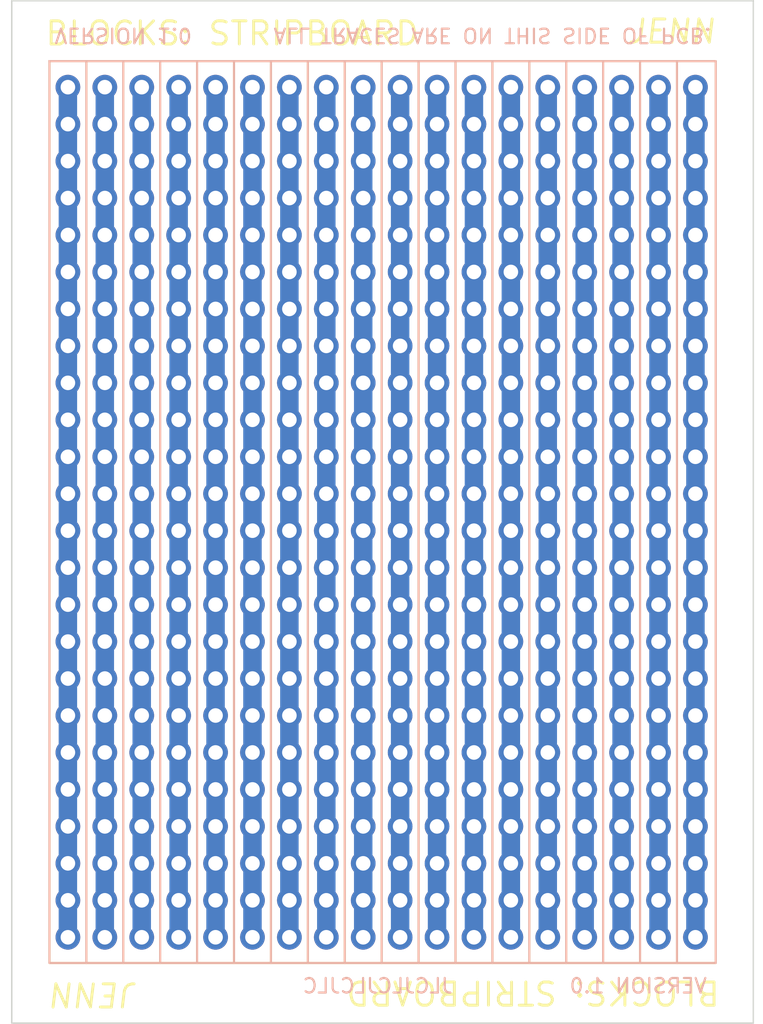
<source format=kicad_pcb>
(kicad_pcb (version 20211014) (generator pcbnew)
  (layers (0 "F.Cu" signal) (31 "B.Cu" signal) (34 "B.Paste" user) (35 "F.Paste" user) (36 "B.SilkS" user "B.Silkscreen") (37 "F.SilkS" user "F.Silkscreen") (38 "B.Mask" user) (39 "F.Mask" user) (44 "Edge.Cuts" user))
  (net 0 "")
  (net 1 "Net-(J1-Pad1)")
  (net 2 "Net-(J2-Pad1)")
  (net 3 "Net-(J3-Pad1)")
  (net 4 "Net-(J4-Pad1)")
  (net 5 "Net-(J5-Pad1)")
  (net 6 "Net-(J6-Pad1)")
  (net 7 "Net-(J7-Pad1)")
  (net 8 "Net-(J8-Pad1)")
  (net 9 "Net-(J9-Pad1)")
  (net 10 "Net-(J10-Pad1)")
  (net 11 "Net-(J11-Pad1)")
  (net 12 "Net-(J12-Pad1)")
  (net 13 "Net-(J13-Pad1)")
  (net 14 "Net-(J14-Pad1)")
  (net 15 "Net-(J15-Pad1)")
  (net 16 "Net-(J16-Pad1)")
  (net 17 "Net-(J17-Pad1)")
  (net 18 "Net-(J18-Pad1)")
  (footprint "A_Personal:Stripboard_1x24_P2.54mm_Vertical" (layer "F.Cu") (at 132.08 50.81)
    (fp_text reference "J15" hide)
    (fp_text value "Conn_01x24")
  )
  (footprint "A_Personal:Stripboard_1x24_P2.54mm_Vertical" (layer "F.Cu") (at 160.02 50.81)
    (fp_text reference "J4" hide)
    (fp_text value "Conn_01x24")
  )
  (footprint "A_Personal:Stripboard_1x24_P2.54mm_Vertical" (layer "F.Cu") (at 134.62 50.81)
    (fp_text reference "J14" hide)
    (fp_text value "Conn_01x24")
  )
  (footprint "A_Personal:Stripboard_1x24_P2.54mm_Vertical" (layer "F.Cu") (at 157.48 50.81)
    (fp_text reference "J5" hide)
    (fp_text value "Conn_01x24")
  )
  (footprint "A_Personal:Stripboard_1x24_P2.54mm_Vertical" (layer "F.Cu") (at 124.46 50.81)
    (fp_text reference "J18" hide)
    (fp_text value "Conn_01x24")
  )
  (footprint "A_Personal:Stripboard_1x24_P2.54mm_Vertical" (layer "F.Cu") (at 149.86 50.81)
    (fp_text reference "J8" hide)
    (fp_text value "Conn_01x24")
  )
  (footprint "A_Personal:Stripboard_1x24_P2.54mm_Vertical" (layer "F.Cu") (at 129.54 50.81)
    (fp_text reference "J16" hide)
    (fp_text value "Conn_01x24")
  )
  (footprint "A_Personal:Stripboard_1x24_P2.54mm_Vertical" (layer "F.Cu") (at 162.56 50.81)
    (fp_text reference "J3" hide)
    (fp_text value "Conn_01x24")
  )
  (footprint "A_Personal:Stripboard_1x24_P2.54mm_Vertical" (layer "F.Cu") (at 152.4 50.81)
    (fp_text reference "J7" hide)
    (fp_text value "Conn_01x24")
  )
  (footprint "A_Personal:Stripboard_1x24_P2.54mm_Vertical" (layer "F.Cu") (at 165.1 50.81)
    (fp_text reference "J2" hide)
    (fp_text value "Conn_01x24")
  )
  (footprint "A_Personal:Stripboard_1x24_P2.54mm_Vertical" (layer "F.Cu") (at 127 50.81)
    (fp_text reference "J17" hide)
    (fp_text value "Conn_01x24")
  )
  (footprint "A_Personal:Stripboard_1x24_P2.54mm_Vertical" (layer "F.Cu") (at 147.32 50.81)
    (fp_text reference "J9" hide)
    (fp_text value "Conn_01x24")
  )
  (footprint "A_Personal:Stripboard_1x24_P2.54mm_Vertical" (layer "F.Cu") (at 144.78 50.81)
    (fp_text reference "J10" hide)
    (fp_text value "Conn_01x24")
  )
  (footprint "A_Personal:Stripboard_1x24_P2.54mm_Vertical" (layer "F.Cu") (at 139.7 50.81)
    (fp_text reference "J12" hide)
    (fp_text value "Conn_01x24")
  )
  (footprint "A_Personal:Stripboard_1x24_P2.54mm_Vertical" (layer "F.Cu") (at 137.16 50.81)
    (fp_text reference "J13" hide)
    (fp_text value "Conn_01x24")
  )
  (footprint "A_Personal:Stripboard_1x24_P2.54mm_Vertical" (layer "F.Cu") (at 154.94 50.81)
    (fp_text reference "J6" hide)
    (fp_text value "Conn_01x24")
  )
  (footprint "A_Personal:Stripboard_1x24_P2.54mm_Vertical" (layer "F.Cu") (at 167.64 50.81)
    (fp_text reference "J1" hide)
    (fp_text value "Conn_01x24")
  )
  (footprint "A_Personal:Stripboard_1x24_P2.54mm_Vertical" (layer "F.Cu") (at 142.24 50.81)
    (fp_text reference "J11" hide)
    (fp_text value "Conn_01x24")
  )
  (gr_line (start 161.29 49.022) (end 161.29 110.998) (layer "B.SilkS") (width 0.15))
  (gr_line (start 156.21 49.022) (end 156.21 110.998) (layer "B.SilkS") (width 0.15))
  (gr_line (start 128.27 49.022) (end 128.27 110.998) (layer "B.SilkS") (width 0.15))
  (gr_line (start 125.73 49.022) (end 125.73 110.998) (layer "B.SilkS") (width 0.15))
  (gr_line (start 138.43 49.022) (end 138.43 110.998) (layer "B.SilkS") (width 0.15))
  (gr_line (start 153.67 49.022) (end 153.67 110.998) (layer "B.SilkS") (width 0.15))
  (gr_line (start 133.35 49.022) (end 133.35 110.998) (layer "B.SilkS") (width 0.15))
  (gr_line (start 146.05 49.022) (end 146.05 110.998) (layer "B.SilkS") (width 0.15))
  (gr_line (start 135.89 49.022) (end 135.89 110.998) (layer "B.SilkS") (width 0.15))
  (gr_line (start 163.83 49.022) (end 163.83 110.998) (layer "B.SilkS") (width 0.15))
  (gr_line (start 140.97 49.022) (end 140.97 110.998) (layer "B.SilkS") (width 0.15))
  (gr_rect (start 123.19 49.022) (end 169.037 110.998) (layer "B.SilkS") (width 0.15) (fill none))
  (gr_line (start 151.13 49.022) (end 151.13 110.998) (layer "B.SilkS") (width 0.15))
  (gr_line (start 143.51 49.022) (end 143.51 110.998) (layer "B.SilkS") (width 0.15))
  (gr_line (start 158.75 49.022) (end 158.75 110.998) (layer "B.SilkS") (width 0.15))
  (gr_line (start 130.81 49.022) (end 130.81 110.998) (layer "B.SilkS") (width 0.15))
  (gr_line (start 166.37 49.022) (end 166.37 110.998) (layer "B.SilkS") (width 0.15))
  (gr_line (start 148.59 49.022) (end 148.59 110.998) (layer "B.SilkS") (width 0.15))
  (gr_line (start 153.67 49.022) (end 153.67 110.998) (layer "F.SilkS") (width 0.15))
  (gr_line (start 140.97 49.022) (end 140.97 110.998) (layer "F.SilkS") (width 0.15))
  (gr_line (start 138.43 49.022) (end 138.43 110.998) (layer "F.SilkS") (width 0.15))
  (gr_line (start 143.51 49.022) (end 143.51 110.998) (layer "F.SilkS") (width 0.15))
  (gr_line (start 158.75 49.022) (end 158.75 110.998) (layer "F.SilkS") (width 0.15))
  (gr_line (start 163.83 49.022) (end 163.83 110.998) (layer "F.SilkS") (width 0.15))
  (gr_line (start 166.37 49.022) (end 166.37 110.998) (layer "F.SilkS") (width 0.15))
  (gr_line (start 148.59 49.022) (end 148.59 110.998) (layer "F.SilkS") (width 0.15))
  (gr_line (start 156.21 49.022) (end 156.21 110.998) (layer "F.SilkS") (width 0.15))
  (gr_line (start 151.13 49.022) (end 151.13 110.998) (layer "F.SilkS") (width 0.15))
  (gr_rect (start 123.19 49.022) (end 169.037 110.998) (layer "F.SilkS") (width 0.15) (fill none))
  (gr_line (start 135.89 49.022) (end 135.89 110.998) (layer "F.SilkS") (width 0.15))
  (gr_line (start 133.35 49.022) (end 133.35 110.998) (layer "F.SilkS") (width 0.15))
  (gr_line (start 161.29 49.022) (end 161.29 110.998) (layer "F.SilkS") (width 0.15))
  (gr_line (start 146.05 49.022) (end 146.05 110.998) (layer "F.SilkS") (width 0.15))
  (gr_line (start 128.27 49.022) (end 128.27 110.998) (layer "F.SilkS") (width 0.15))
  (gr_line (start 130.81 49.022) (end 130.81 110.998) (layer "F.SilkS") (width 0.15))
  (gr_line (start 125.73 49.022) (end 125.73 110.998) (layer "F.SilkS") (width 0.15))
  (gr_rect (start 120.59619 44.87) (end 171.62381 115.128521) (layer "Edge.Cuts") (width 0.1) (fill none))
  (gr_text "VERSION 1.0" (at 128.27 47.244 180) (layer "B.SilkS") (effects (font (size 1 1)) (justify mirror)))
  (gr_text "VERSION 1.0" (at 163.703 112.5728) (layer "B.SilkS") (effects (font (size 1 1)) (justify mirror)))
  (gr_text "JLCJLCJLCJLC" (at 145.7706 112.5728) (layer "B.SilkS") (effects (font (size 1 1)) (justify mirror)))
  (gr_text "ALL TRACES ARE ON THIS SIDE OF PCB." (at 153.67 47.244 180) (layer "B.SilkS") (effects (font (size 1 1)) (justify mirror)))
  (gr_text "BLOCKS: STRIPBOARD" (at 156.464 113.03 180) (layer "F.SilkS") (effects (font (size 1.59 1.59) (thickness 0.2))))
  (gr_text "JENN" (at 165.989 46.99) (layer "F.SilkS") (effects (font (size 1.59 1.59) (thickness 0.2) italic)))
  (gr_text "BLOCKS: STRIPBOARD" (at 135.763 47.117) (layer "F.SilkS") (effects (font (size 1.59 1.59) (thickness 0.2))))
  (gr_text "JENN" (at 126.238 113.157 180) (layer "F.SilkS") (effects (font (size 1.59 1.59) (thickness 0.2) italic)))
  (segment (start 167.64 50.81) (end 167.64 109.23) (width 1.27) (layer "B.Cu") (net 1))
  (segment (start 165.1 50.81) (end 165.1 109.23) (width 1.27) (layer "B.Cu") (net 2))
  (segment (start 162.56 50.81) (end 162.56 109.23) (width 1.27) (layer "B.Cu") (net 3))
  (segment (start 160.02 50.81) (end 160.02 109.23) (width 1.27) (layer "B.Cu") (net 4))
  (segment (start 157.48 50.81) (end 157.48 109.23) (width 1.27) (layer "B.Cu") (net 5))
  (segment (start 154.94 50.81) (end 154.94 109.23) (width 1.27) (layer "B.Cu") (net 6))
  (segment (start 152.4 50.81) (end 152.4 109.23) (width 1.27) (layer "B.Cu") (net 7))
  (segment (start 149.86 50.81) (end 149.86 109.23) (width 1.27) (layer "B.Cu") (net 8))
  (segment (start 147.32 50.81) (end 147.32 109.23) (width 1.27) (layer "B.Cu") (net 9))
  (segment (start 144.78 50.81) (end 144.78 109.23) (width 1.27) (layer "B.Cu") (net 10))
  (segment (start 142.24 50.81) (end 142.24 109.23) (width 1.27) (layer "B.Cu") (net 11))
  (segment (start 139.7 50.81) (end 139.7 109.23) (width 1.27) (layer "B.Cu") (net 12))
  (segment (start 137.16 50.81) (end 137.16 109.23) (width 1.27) (layer "B.Cu") (net 13))
  (segment (start 134.62 50.81) (end 134.62 109.23) (width 1.27) (layer "B.Cu") (net 14))
  (segment (start 132.08 50.81) (end 132.08 109.23) (width 1.27) (layer "B.Cu") (net 15))
  (segment (start 129.54 50.81) (end 129.54 109.23) (width 1.27) (layer "B.Cu") (net 16))
  (segment (start 127 50.81) (end 127 109.23) (width 1.27) (layer "B.Cu") (net 17))
  (segment (start 124.46 50.81) (end 124.46 109.23) (width 1.27) (layer "B.Cu") (net 18))
)
</source>
